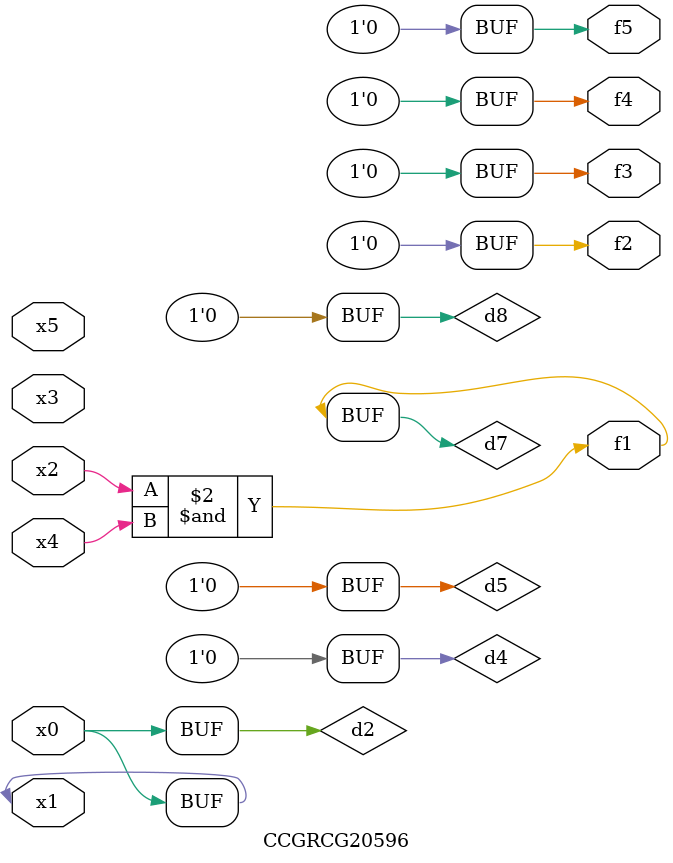
<source format=v>
module CCGRCG20596(
	input x0, x1, x2, x3, x4, x5,
	output f1, f2, f3, f4, f5
);

	wire d1, d2, d3, d4, d5, d6, d7, d8, d9;

	nand (d1, x1);
	buf (d2, x0, x1);
	nand (d3, x2, x4);
	and (d4, d1, d2);
	and (d5, d1, d2);
	nand (d6, d1, d3);
	not (d7, d3);
	xor (d8, d5);
	nor (d9, d5, d6);
	assign f1 = d7;
	assign f2 = d8;
	assign f3 = d8;
	assign f4 = d8;
	assign f5 = d8;
endmodule

</source>
